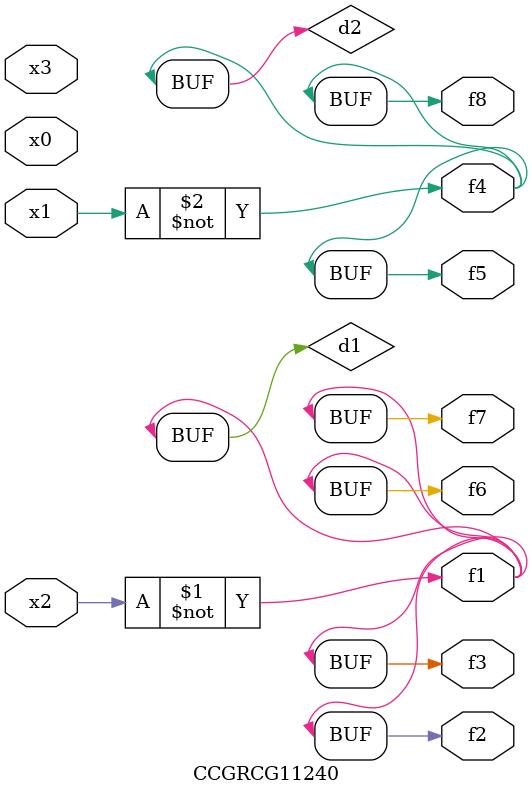
<source format=v>
module CCGRCG11240(
	input x0, x1, x2, x3,
	output f1, f2, f3, f4, f5, f6, f7, f8
);

	wire d1, d2;

	xnor (d1, x2);
	not (d2, x1);
	assign f1 = d1;
	assign f2 = d1;
	assign f3 = d1;
	assign f4 = d2;
	assign f5 = d2;
	assign f6 = d1;
	assign f7 = d1;
	assign f8 = d2;
endmodule

</source>
